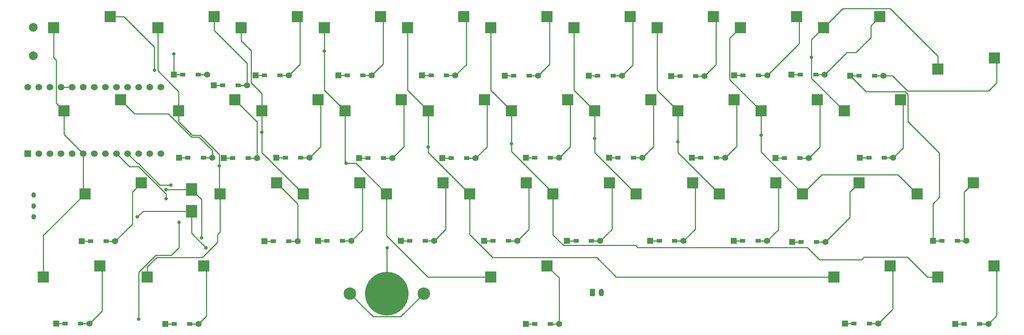
<source format=gbr>
G04 #@! TF.GenerationSoftware,KiCad,Pcbnew,7.0.8*
G04 #@! TF.CreationDate,2024-08-20T17:03:01+09:00*
G04 #@! TF.ProjectId,tacash36,74616361-7368-4333-962e-6b696361645f,rev?*
G04 #@! TF.SameCoordinates,Original*
G04 #@! TF.FileFunction,Copper,L2,Bot*
G04 #@! TF.FilePolarity,Positive*
%FSLAX46Y46*%
G04 Gerber Fmt 4.6, Leading zero omitted, Abs format (unit mm)*
G04 Created by KiCad (PCBNEW 7.0.8) date 2024-08-20 17:03:01*
%MOMM*%
%LPD*%
G01*
G04 APERTURE LIST*
G04 Aperture macros list*
%AMRoundRect*
0 Rectangle with rounded corners*
0 $1 Rounding radius*
0 $2 $3 $4 $5 $6 $7 $8 $9 X,Y pos of 4 corners*
0 Add a 4 corners polygon primitive as box body*
4,1,4,$2,$3,$4,$5,$6,$7,$8,$9,$2,$3,0*
0 Add four circle primitives for the rounded corners*
1,1,$1+$1,$2,$3*
1,1,$1+$1,$4,$5*
1,1,$1+$1,$6,$7*
1,1,$1+$1,$8,$9*
0 Add four rect primitives between the rounded corners*
20,1,$1+$1,$2,$3,$4,$5,0*
20,1,$1+$1,$4,$5,$6,$7,0*
20,1,$1+$1,$6,$7,$8,$9,0*
20,1,$1+$1,$8,$9,$2,$3,0*%
G04 Aperture macros list end*
G04 #@! TA.AperFunction,SMDPad,CuDef*
%ADD10R,2.550000X2.500000*%
G04 #@! TD*
G04 #@! TA.AperFunction,ComponentPad*
%ADD11R,1.397000X1.397000*%
G04 #@! TD*
G04 #@! TA.AperFunction,SMDPad,CuDef*
%ADD12R,1.300000X0.950000*%
G04 #@! TD*
G04 #@! TA.AperFunction,ComponentPad*
%ADD13C,1.397000*%
G04 #@! TD*
G04 #@! TA.AperFunction,ComponentPad*
%ADD14O,1.000000X1.300000*%
G04 #@! TD*
G04 #@! TA.AperFunction,ComponentPad*
%ADD15C,1.524000*%
G04 #@! TD*
G04 #@! TA.AperFunction,ComponentPad*
%ADD16R,1.524000X1.524000*%
G04 #@! TD*
G04 #@! TA.AperFunction,ComponentPad*
%ADD17RoundRect,0.250000X-0.350000X-0.625000X0.350000X-0.625000X0.350000X0.625000X-0.350000X0.625000X0*%
G04 #@! TD*
G04 #@! TA.AperFunction,ComponentPad*
%ADD18O,1.200000X1.750000*%
G04 #@! TD*
G04 #@! TA.AperFunction,ComponentPad*
%ADD19C,2.000000*%
G04 #@! TD*
G04 #@! TA.AperFunction,ComponentPad*
%ADD20C,2.850000*%
G04 #@! TD*
G04 #@! TA.AperFunction,SMDPad,CuDef*
%ADD21C,10.000000*%
G04 #@! TD*
G04 #@! TA.AperFunction,SMDPad,CuDef*
%ADD22R,2.600000X3.000000*%
G04 #@! TD*
G04 #@! TA.AperFunction,ViaPad*
%ADD23C,0.800000*%
G04 #@! TD*
G04 #@! TA.AperFunction,Conductor*
%ADD24C,0.250000*%
G04 #@! TD*
G04 APERTURE END LIST*
D10*
X83402500Y-35560000D03*
X96329500Y-33020000D03*
X45302500Y-35560000D03*
X58229500Y-33020000D03*
D11*
X36410000Y-46420000D03*
D12*
X38445000Y-46420000D03*
X41995000Y-46420000D03*
D13*
X44030000Y-46420000D03*
D11*
X-5440000Y-46420000D03*
D12*
X-3405000Y-46420000D03*
X145000Y-46420000D03*
D13*
X2180000Y-46420000D03*
D10*
X-4697500Y-35550000D03*
X8229500Y-33010000D03*
D11*
X105690000Y-46310000D03*
D12*
X107725000Y-46310000D03*
X111275000Y-46310000D03*
D13*
X113310000Y-46310000D03*
D10*
X190565000Y-6960000D03*
X203492000Y-4420000D03*
D11*
X124740000Y-46330000D03*
D12*
X126775000Y-46330000D03*
X130325000Y-46330000D03*
D13*
X132360000Y-46330000D03*
D10*
X150077500Y-16510000D03*
X163004500Y-13970000D03*
X185795000Y-35520000D03*
X198722000Y-32980000D03*
X140552500Y-35560000D03*
X153479500Y-33020000D03*
D11*
X157220000Y-46540000D03*
D12*
X159255000Y-46540000D03*
X162805000Y-46540000D03*
D13*
X164840000Y-46540000D03*
D11*
X24800000Y-10660000D03*
D12*
X26835000Y-10660000D03*
X30385000Y-10660000D03*
D13*
X32420000Y-10660000D03*
D11*
X58070000Y-27380000D03*
D12*
X60105000Y-27380000D03*
X63655000Y-27380000D03*
D13*
X65690000Y-27380000D03*
D11*
X169320000Y-65280000D03*
D12*
X171355000Y-65280000D03*
X174905000Y-65280000D03*
D13*
X176940000Y-65280000D03*
D10*
X88175000Y-54580000D03*
X101102000Y-52040000D03*
D11*
X27110000Y-27310000D03*
D12*
X29145000Y-27310000D03*
X32695000Y-27310000D03*
D13*
X34730000Y-27310000D03*
D11*
X16825000Y-27230000D03*
D12*
X18860000Y-27230000D03*
X22410000Y-27230000D03*
D13*
X24445000Y-27230000D03*
D10*
X26252500Y-35560000D03*
X39179500Y-33020000D03*
X11965000Y2540000D03*
X24892000Y5080000D03*
X166746250Y-54580000D03*
X179673250Y-52040000D03*
X145315000Y2540000D03*
X158242000Y5080000D03*
X88165000Y2540000D03*
X101092000Y5080000D03*
X92927500Y-16510000D03*
X105854500Y-13970000D03*
X-14226250Y-54580000D03*
X-1299250Y-52040000D03*
D11*
X170510000Y-8440000D03*
D12*
X172545000Y-8440000D03*
X176095000Y-8440000D03*
D13*
X178130000Y-8440000D03*
D11*
X115320000Y-27230000D03*
D12*
X117355000Y-27230000D03*
X120905000Y-27230000D03*
D13*
X122940000Y-27230000D03*
D10*
X159602500Y-35560000D03*
X172529500Y-33020000D03*
X164365000Y2540000D03*
X177292000Y5080000D03*
D11*
X143950000Y-8350000D03*
D12*
X145985000Y-8350000D03*
X149535000Y-8350000D03*
D13*
X151570000Y-8350000D03*
D10*
X-11847500Y2540000D03*
X1079500Y5080000D03*
D14*
X-16460000Y-40840000D03*
X-16460000Y-38340000D03*
X-16460000Y-35840000D03*
D10*
X69115000Y2540000D03*
X82042000Y5080000D03*
X121502500Y-35560000D03*
X134429500Y-33020000D03*
X50065000Y2540000D03*
X62992000Y5080000D03*
D11*
X53290000Y-8360000D03*
D12*
X55325000Y-8360000D03*
X58875000Y-8360000D03*
D13*
X60910000Y-8360000D03*
D11*
X15645000Y-8240000D03*
D12*
X17680000Y-8240000D03*
X21230000Y-8240000D03*
D13*
X23265000Y-8240000D03*
D11*
X96230000Y-27250000D03*
D12*
X98265000Y-27250000D03*
X101815000Y-27250000D03*
D13*
X103850000Y-27250000D03*
D15*
X-15260000Y-11067200D03*
X-12720000Y-11067200D03*
X-10180000Y-11067200D03*
X-7640000Y-11067200D03*
X-5100000Y-11067200D03*
X-2560000Y-11067200D03*
X-20000Y-11067200D03*
X2520000Y-11067200D03*
X5060000Y-11067200D03*
X7600000Y-11067200D03*
X10140000Y-11067200D03*
X12680000Y-11067200D03*
X12680000Y-26287200D03*
X10140000Y-26287200D03*
X7600000Y-26287200D03*
X5060000Y-26287200D03*
X2520000Y-26287200D03*
X-20000Y-26287200D03*
X-2560000Y-26287200D03*
X-5100000Y-26287200D03*
X-7640000Y-26287200D03*
X-10180000Y-26287200D03*
X-12720000Y-26287200D03*
X-15260000Y-26287200D03*
D16*
X-17800000Y-26287200D03*
D15*
X-17800000Y-11067200D03*
D11*
X91460000Y-8450000D03*
D12*
X93495000Y-8450000D03*
X97045000Y-8450000D03*
D13*
X99080000Y-8450000D03*
D10*
X64352500Y-35560000D03*
X77279500Y-33020000D03*
D11*
X96250000Y-65370000D03*
D12*
X98285000Y-65370000D03*
X101835000Y-65370000D03*
D13*
X103870000Y-65370000D03*
D11*
X13710000Y-65320000D03*
D12*
X15745000Y-65320000D03*
X19295000Y-65320000D03*
D13*
X21330000Y-65320000D03*
D10*
X16727500Y-16510000D03*
X29654500Y-13970000D03*
X111977500Y-16510000D03*
X124904500Y-13970000D03*
D11*
X129530000Y-8540000D03*
D12*
X131565000Y-8540000D03*
X135115000Y-8540000D03*
D13*
X137150000Y-8540000D03*
D10*
X31015000Y2540000D03*
X43942000Y5080000D03*
D11*
X34340000Y-8360000D03*
D12*
X36375000Y-8360000D03*
X39925000Y-8360000D03*
D13*
X41960000Y-8360000D03*
D11*
X153380000Y-27350000D03*
D12*
X155415000Y-27350000D03*
X158965000Y-27350000D03*
D13*
X161000000Y-27350000D03*
D11*
X172745000Y-27270000D03*
D12*
X174780000Y-27270000D03*
X178330000Y-27270000D03*
D13*
X180365000Y-27270000D03*
D10*
X131027500Y-16510000D03*
X143954500Y-13970000D03*
D11*
X110610000Y-8480000D03*
D12*
X112645000Y-8480000D03*
X116195000Y-8480000D03*
D13*
X118230000Y-8480000D03*
D10*
X190544250Y-54600000D03*
X203471250Y-52060000D03*
D11*
X39140000Y-27230000D03*
D12*
X41175000Y-27230000D03*
X44725000Y-27230000D03*
D13*
X46760000Y-27230000D03*
D11*
X134230000Y-27260000D03*
D12*
X136265000Y-27260000D03*
X139815000Y-27260000D03*
D13*
X141850000Y-27260000D03*
D11*
X143850000Y-46340000D03*
D12*
X145885000Y-46340000D03*
X149435000Y-46340000D03*
D13*
X151470000Y-46340000D03*
D10*
X107215000Y2540000D03*
X120142000Y5080000D03*
X169115000Y-16490000D03*
X182042000Y-13950000D03*
X-9467500Y-16490000D03*
X3459500Y-13950000D03*
D11*
X189430000Y-46320000D03*
D12*
X191465000Y-46320000D03*
X195015000Y-46320000D03*
D13*
X197050000Y-46320000D03*
D11*
X-11270000Y-65290000D03*
D12*
X-9235000Y-65290000D03*
X-5685000Y-65290000D03*
D13*
X-3650000Y-65290000D03*
D10*
X73877500Y-16510000D03*
X86804500Y-13970000D03*
X35777500Y-16510000D03*
X48704500Y-13970000D03*
D11*
X157040000Y-8250000D03*
D12*
X159075000Y-8250000D03*
X162625000Y-8250000D03*
D13*
X164660000Y-8250000D03*
D11*
X194510000Y-65340000D03*
D12*
X196545000Y-65340000D03*
X200095000Y-65340000D03*
D13*
X202130000Y-65340000D03*
D11*
X67630000Y-46310000D03*
D12*
X69665000Y-46310000D03*
X73215000Y-46310000D03*
D13*
X75250000Y-46310000D03*
D10*
X126265000Y2540000D03*
X139192000Y5080000D03*
X102452500Y-35560000D03*
X115379500Y-33020000D03*
D11*
X72500000Y-8400000D03*
D12*
X74535000Y-8400000D03*
X78085000Y-8400000D03*
D13*
X80120000Y-8400000D03*
D11*
X48670000Y-46320000D03*
D12*
X50705000Y-46320000D03*
X54255000Y-46320000D03*
D13*
X56290000Y-46320000D03*
D17*
X111520000Y-58130000D03*
D18*
X113520000Y-58130000D03*
D11*
X77140000Y-27380000D03*
D12*
X79175000Y-27380000D03*
X82725000Y-27380000D03*
D13*
X84760000Y-27380000D03*
D10*
X9592500Y-54590000D03*
X22519500Y-52050000D03*
D19*
X-16500000Y-3890000D03*
X-16500000Y2610000D03*
D10*
X54827500Y-16510000D03*
X67754500Y-13970000D03*
D11*
X86670000Y-46300000D03*
D12*
X88705000Y-46300000D03*
X92255000Y-46300000D03*
D13*
X94290000Y-46300000D03*
D20*
X55980000Y-58380000D03*
X72880000Y-58380000D03*
D21*
X64430000Y-58380000D03*
D22*
X19700000Y-34540000D03*
X19700000Y-39540000D03*
D23*
X15620000Y-3480000D03*
X13860000Y-36670000D03*
X16810000Y-42110000D03*
X7570000Y-64271593D03*
X15010000Y-33510000D03*
X26086500Y-29120000D03*
X35777500Y-21420000D03*
X55110000Y-28560000D03*
X50065000Y-2760000D03*
X73877500Y-24775500D03*
X92927500Y-24060000D03*
X111977500Y-22869500D03*
X131027500Y-23630000D03*
X150077500Y-22100000D03*
X161650000Y-4210000D03*
X23050000Y-47920000D03*
X64540000Y-47890000D03*
X7300000Y-40830000D03*
X11240500Y-7200135D03*
X13880000Y-34550000D03*
X22000000Y-45650000D03*
D24*
X91460000Y-8450000D02*
X93495000Y-8450000D01*
X34340000Y-8360000D02*
X36375000Y-8360000D01*
X143950000Y-8350000D02*
X145985000Y-8350000D01*
X15645000Y-3505000D02*
X15645000Y-8240000D01*
X157040000Y-8250000D02*
X159075000Y-8250000D01*
X110610000Y-8480000D02*
X112645000Y-8480000D01*
X24800000Y-10660000D02*
X26835000Y-10660000D01*
X72500000Y-8400000D02*
X74535000Y-8400000D01*
X129530000Y-8540000D02*
X131565000Y-8540000D01*
X15620000Y-3480000D02*
X15645000Y-3505000D01*
X15645000Y-8240000D02*
X17680000Y-8240000D01*
X53290000Y-8360000D02*
X55325000Y-8360000D01*
X27110000Y-27310000D02*
X29145000Y-27310000D01*
X172745000Y-27270000D02*
X174780000Y-27270000D01*
X96230000Y-27250000D02*
X98265000Y-27250000D01*
X77140000Y-27380000D02*
X79175000Y-27380000D01*
X58070000Y-27380000D02*
X60105000Y-27380000D01*
X153380000Y-27350000D02*
X155415000Y-27350000D01*
X134230000Y-27260000D02*
X136265000Y-27260000D01*
X16825000Y-27230000D02*
X18860000Y-27230000D01*
X39140000Y-27230000D02*
X41175000Y-27230000D01*
X115320000Y-27230000D02*
X117355000Y-27230000D01*
X36410000Y-46420000D02*
X38445000Y-46420000D01*
X145885000Y-46340000D02*
X143850000Y-46340000D01*
X105690000Y-46310000D02*
X107725000Y-46310000D01*
X48670000Y-46320000D02*
X50705000Y-46320000D01*
X2520000Y-26287200D02*
X5502800Y-29270000D01*
X86670000Y-46300000D02*
X88705000Y-46300000D01*
X7574695Y-29270000D02*
X13860000Y-35555305D01*
X157220000Y-46540000D02*
X159255000Y-46540000D01*
X67630000Y-46310000D02*
X69665000Y-46310000D01*
X-5440000Y-46420000D02*
X-3405000Y-46420000D01*
X5502800Y-29270000D02*
X7574695Y-29270000D01*
X124740000Y-46330000D02*
X126775000Y-46330000D01*
X13860000Y-35555305D02*
X13860000Y-36670000D01*
X15010000Y-33510000D02*
X12451091Y-33510000D01*
X16810000Y-47790000D02*
X16810000Y-42110000D01*
X7504691Y-28563600D02*
X7336400Y-28563600D01*
X174145000Y-12075000D02*
X170510000Y-8440000D01*
X7570000Y-53530000D02*
X7570000Y-64271593D01*
X183151620Y-12075000D02*
X174145000Y-12075000D01*
X194510000Y-65340000D02*
X196545000Y-65340000D01*
X15955000Y-48645000D02*
X15025000Y-49575000D01*
X183750000Y-18970000D02*
X183750000Y-12673380D01*
X189430000Y-46320000D02*
X189430000Y-37811650D01*
X15955000Y-48645000D02*
X16810000Y-47790000D01*
X170510000Y-8440000D02*
X172545000Y-8440000D01*
X170941620Y-8440000D02*
X170510000Y-8440000D01*
X183750000Y-12673380D02*
X183151620Y-12075000D01*
X13710000Y-65320000D02*
X15745000Y-65320000D01*
X12451091Y-33510000D02*
X7504691Y-28563600D01*
X189430000Y-46320000D02*
X191465000Y-46320000D01*
X190945000Y-36296650D02*
X190945000Y-26165000D01*
X15025000Y-49575000D02*
X11525000Y-49575000D01*
X190945000Y-26165000D02*
X183750000Y-18970000D01*
X96250000Y-65370000D02*
X98285000Y-65370000D01*
X11525000Y-49575000D02*
X7570000Y-53530000D01*
X-11270000Y-65290000D02*
X-9235000Y-65290000D01*
X5060000Y-26287200D02*
X7336400Y-28563600D01*
X189430000Y-37811650D02*
X190945000Y-36296650D01*
X169320000Y-65280000D02*
X171355000Y-65280000D01*
X-9467500Y-21919700D02*
X-9467500Y-16490000D01*
X-5100000Y-26287200D02*
X-5100000Y-35147500D01*
X-5100000Y-26287200D02*
X-9467500Y-21919700D01*
X-9467500Y-16490000D02*
X-11267000Y-14690500D01*
X-4600000Y-35452500D02*
X-4697500Y-35550000D01*
X-11847500Y-4322500D02*
X-11847500Y2540000D01*
X-5100000Y-35147500D02*
X-4697500Y-35550000D01*
X-11267000Y-14690500D02*
X-11267000Y-4903000D01*
X-14226250Y-45078750D02*
X-4697500Y-35550000D01*
X-11185000Y1877500D02*
X-11847500Y2540000D01*
X-11267000Y-4903000D02*
X-11847500Y-4322500D01*
X-14226250Y-54580000D02*
X-14226250Y-45078750D01*
X9592500Y-52220000D02*
X11732500Y-50080000D01*
X11965000Y2765000D02*
X11965000Y2540000D01*
X11732500Y-50080000D02*
X22170000Y-50080000D01*
X25610000Y-44932500D02*
X26252500Y-44290000D01*
X19888666Y-22080000D02*
X21630000Y-22080000D01*
X9592500Y-54590000D02*
X9592500Y-52220000D01*
X11965000Y2540000D02*
X11965000Y-4700000D01*
X26086500Y-35394000D02*
X26252500Y-35560000D01*
X16727500Y-16510000D02*
X16727500Y-18918833D01*
X26086500Y-29120000D02*
X26086500Y-35394000D01*
X16727500Y-18918833D02*
X19888666Y-22080000D01*
X14990000Y-10330000D02*
X11965000Y-7305000D01*
X14990000Y-10330000D02*
X16727500Y-12067500D01*
X26252500Y-44290000D02*
X26252500Y-35560000D01*
X21630000Y-22080000D02*
X26086500Y-26536500D01*
X26086500Y-26536500D02*
X26086500Y-29120000D01*
X11965000Y-7305000D02*
X11965000Y-4700000D01*
X16727500Y-12210000D02*
X16727500Y-16510000D01*
X25610000Y-46640000D02*
X25610000Y-44932500D01*
X22170000Y-50080000D02*
X25610000Y-46640000D01*
X16727500Y-12067500D02*
X16727500Y-12210000D01*
X31015000Y2540000D02*
X31015000Y-406604D01*
X33316500Y-2708104D02*
X33316500Y-10066500D01*
X45302500Y-35560000D02*
X43416250Y-33673750D01*
X35777500Y-26035000D02*
X35777500Y-21420000D01*
X43416250Y-33673750D02*
X39126250Y-29383750D01*
X31015000Y-406604D02*
X33316500Y-2708104D01*
X33316500Y-10066500D02*
X35777500Y-12527500D01*
X39126250Y-29383750D02*
X35777500Y-26035000D01*
X35777500Y-21420000D02*
X35777500Y-16510000D01*
X35777500Y-12527500D02*
X35777500Y-16510000D01*
X55110000Y-28560000D02*
X57393380Y-28560000D01*
X54827500Y-25540000D02*
X54827500Y-28277500D01*
X64352500Y-35519120D02*
X59001690Y-30168310D01*
X64352500Y-35560000D02*
X64352500Y-35519120D01*
X54827500Y-25540000D02*
X54827500Y-16510000D01*
X50065000Y-11747500D02*
X54827500Y-16510000D01*
X73847500Y-54580000D02*
X64352500Y-45085000D01*
X88175000Y-54580000D02*
X73847500Y-54580000D01*
X50065000Y2540000D02*
X50065000Y-2760000D01*
X50065000Y-2760000D02*
X50065000Y-3410000D01*
X54827500Y-28277500D02*
X55110000Y-28560000D01*
X57393380Y-28560000D02*
X59001690Y-30168310D01*
X64352500Y-45085000D02*
X64352500Y-35560000D01*
X50065000Y-3410000D02*
X50065000Y-11747500D01*
X166746250Y-54580000D02*
X116930000Y-54580000D01*
X83402500Y-44889120D02*
X83402500Y-35560000D01*
X69115000Y-4010000D02*
X69115000Y-4060000D01*
X73877500Y-26035000D02*
X73877500Y-24670000D01*
X69115000Y2540000D02*
X69115000Y-4010000D01*
X112490000Y-50140000D02*
X88653380Y-50140000D01*
X83402500Y-35560000D02*
X73877500Y-26035000D01*
X69115000Y-11747500D02*
X73877500Y-16510000D01*
X116930000Y-54580000D02*
X112490000Y-50140000D01*
X73877500Y-24670000D02*
X73877500Y-16510000D01*
X69115000Y-4060000D02*
X69115000Y-11747500D01*
X88653380Y-50140000D02*
X83402500Y-44889120D01*
X92927500Y-24060000D02*
X92927500Y-16510000D01*
X88165000Y-5240000D02*
X88165000Y-11747500D01*
X183615729Y-50052729D02*
X188163000Y-54600000D01*
X160690771Y-47803500D02*
X163477270Y-50590000D01*
X173630000Y-50052729D02*
X183615729Y-50052729D01*
X188163000Y-54600000D02*
X190518750Y-54600000D01*
X163477270Y-50590000D02*
X173092729Y-50590000D01*
X104856880Y-47333500D02*
X121369750Y-47333500D01*
X173092729Y-50590000D02*
X173630000Y-50052729D01*
X88165000Y2540000D02*
X88165000Y-4690000D01*
X121839750Y-47803500D02*
X160690771Y-47803500D01*
X102452500Y-35560000D02*
X102452500Y-44929120D01*
X92927500Y-24290000D02*
X92927500Y-24060000D01*
X102452500Y-35560000D02*
X102452500Y-35329120D01*
X102452500Y-35329120D02*
X92927500Y-25804120D01*
X121369750Y-47333500D02*
X121839750Y-47803500D01*
X102452500Y-44929120D02*
X104856880Y-47333500D01*
X88165000Y-4690000D02*
X88165000Y-5240000D01*
X92927500Y-25804120D02*
X92927500Y-24290000D01*
X88165000Y-11747500D02*
X92927500Y-16510000D01*
X107215000Y-11747500D02*
X111977500Y-16510000D01*
X107215000Y2540000D02*
X107215000Y-6080000D01*
X111977500Y-23730000D02*
X111977500Y-16510000D01*
X113701250Y-27758750D02*
X111977500Y-26035000D01*
X111977500Y-26035000D02*
X111977500Y-23730000D01*
X107215000Y-6080000D02*
X107215000Y-11747500D01*
X121502500Y-35560000D02*
X113701250Y-27758750D01*
X134701250Y-29708750D02*
X131027500Y-26035000D01*
X126265000Y-11747500D02*
X131027500Y-16510000D01*
X131027500Y-23630000D02*
X131027500Y-21850000D01*
X131027500Y-21850000D02*
X131027500Y-16510000D01*
X140552500Y-35560000D02*
X134701250Y-29708750D01*
X131027500Y-26035000D02*
X131027500Y-23630000D01*
X126265000Y2540000D02*
X126265000Y-11747500D01*
X142926500Y-9359000D02*
X142926500Y151500D01*
X159602500Y-35560000D02*
X159602500Y-35429120D01*
X150077500Y-25904120D02*
X150077500Y-22910000D01*
X150077500Y-22100000D02*
X150077500Y-16510000D01*
X181420000Y-31145000D02*
X185795000Y-35520000D01*
X150077500Y-16510000D02*
X142926500Y-9359000D01*
X159602500Y-35429120D02*
X150077500Y-25904120D01*
X150077500Y-22910000D02*
X150077500Y-22100000D01*
X164017500Y-31145000D02*
X181420000Y-31145000D01*
X159602500Y-35560000D02*
X164017500Y-31145000D01*
X142926500Y151500D02*
X145315000Y2540000D01*
X168780000Y6955000D02*
X179665000Y6955000D01*
X164365000Y2540000D02*
X168780000Y6955000D01*
X161650000Y-9025000D02*
X161650000Y-4210000D01*
X161650000Y-4210000D02*
X161650000Y-175000D01*
X190565000Y-3945000D02*
X190565000Y-6960000D01*
X169115000Y-16490000D02*
X161650000Y-9025000D01*
X161650000Y-175000D02*
X164365000Y2540000D01*
X179665000Y6955000D02*
X190565000Y-3945000D01*
X22519500Y-52050000D02*
X23082500Y-52613000D01*
X23082500Y-52613000D02*
X23082500Y-63567500D01*
X21330000Y-65320000D02*
X19295000Y-65320000D01*
X23082500Y-63567500D02*
X21330000Y-65320000D01*
X19700000Y-39540000D02*
X14060000Y-39540000D01*
X14060000Y-39540000D02*
X8590000Y-39540000D01*
X19700000Y-39540000D02*
X19700000Y-44570000D01*
X-10180000Y-11067200D02*
X-7640000Y-11067200D01*
X64540000Y-47890000D02*
X64430000Y-48000000D01*
X19700000Y-44570000D02*
X23050000Y-47920000D01*
X8590000Y-39540000D02*
X7300000Y-40830000D01*
X64430000Y-48000000D02*
X64430000Y-58380000D01*
X23265000Y-8240000D02*
X21230000Y-8240000D01*
X11240500Y-7200135D02*
X11200000Y-7159635D01*
X11200000Y-1880000D02*
X4240000Y5080000D01*
X4240000Y5080000D02*
X1079500Y5080000D01*
X11200000Y-7159635D02*
X11200000Y-1880000D01*
X32420000Y-10660000D02*
X32420000Y-5560000D01*
X24892000Y1968000D02*
X24892000Y5080000D01*
X32420000Y-10660000D02*
X30385000Y-10660000D01*
X32420000Y-5560000D02*
X24892000Y1968000D01*
X43942000Y5080000D02*
X44505000Y4517000D01*
X44505000Y4517000D02*
X44505000Y-5815000D01*
X41960000Y-8360000D02*
X39925000Y-8360000D01*
X44505000Y-5815000D02*
X41960000Y-8360000D01*
X63555000Y4517000D02*
X63555000Y-5715000D01*
X62992000Y5080000D02*
X63555000Y4517000D01*
X60910000Y-8360000D02*
X58875000Y-8360000D01*
X63555000Y-5715000D02*
X60910000Y-8360000D01*
X82042000Y5080000D02*
X82605000Y4517000D01*
X82605000Y-5915000D02*
X80120000Y-8400000D01*
X82605000Y4517000D02*
X82605000Y-5915000D01*
X80120000Y-8400000D02*
X78085000Y-8400000D01*
X99080000Y-8450000D02*
X97045000Y-8450000D01*
X101655000Y-5875000D02*
X99080000Y-8450000D01*
X101655000Y4517000D02*
X101655000Y-5875000D01*
X101092000Y5080000D02*
X101655000Y4517000D01*
X120705000Y4517000D02*
X120705000Y-6005000D01*
X120705000Y-6005000D02*
X118230000Y-8480000D01*
X120142000Y5080000D02*
X120705000Y4517000D01*
X118230000Y-8480000D02*
X116195000Y-8480000D01*
X139755000Y4517000D02*
X139755000Y-5935000D01*
X139192000Y5080000D02*
X139755000Y4517000D01*
X139755000Y-5935000D02*
X137150000Y-8540000D01*
X137150000Y-8540000D02*
X135115000Y-8540000D01*
X158805000Y4517000D02*
X158805000Y870000D01*
X151570000Y-8350000D02*
X158805000Y-1115000D01*
X158805000Y-1115000D02*
X158805000Y870000D01*
X158242000Y5080000D02*
X158805000Y4517000D01*
X151570000Y-8350000D02*
X149535000Y-8350000D01*
X177292000Y5080000D02*
X177855000Y4517000D01*
X164660000Y-8250000D02*
X169780000Y-3130000D01*
X169780000Y-3130000D02*
X171785000Y-3130000D01*
X175205000Y2993000D02*
X177292000Y5080000D01*
X175205000Y290000D02*
X175205000Y2993000D01*
X164660000Y-8250000D02*
X162625000Y-8250000D01*
X171785000Y-3130000D02*
X175205000Y290000D01*
X19702270Y-22530000D02*
X14347270Y-17175000D01*
X21443604Y-22530000D02*
X19702270Y-22530000D01*
X24445000Y-27230000D02*
X22410000Y-27230000D01*
X24445000Y-27230000D02*
X24445000Y-25531396D01*
X24445000Y-25531396D02*
X21443604Y-22530000D01*
X14347270Y-17175000D02*
X6684500Y-17175000D01*
X6684500Y-17175000D02*
X3459500Y-13950000D01*
X34730000Y-27310000D02*
X34730000Y-19045500D01*
X29654500Y-13970000D02*
X30217500Y-14533000D01*
X34730000Y-19045500D02*
X29654500Y-13970000D01*
X34730000Y-27310000D02*
X32695000Y-27310000D01*
X48704500Y-13970000D02*
X49267500Y-14533000D01*
X46760000Y-27230000D02*
X44725000Y-27230000D01*
X49267500Y-24722500D02*
X46760000Y-27230000D01*
X49267500Y-14533000D02*
X49267500Y-24722500D01*
X65690000Y-27380000D02*
X63655000Y-27380000D01*
X68317500Y-14533000D02*
X68317500Y-24752500D01*
X67754500Y-13970000D02*
X68317500Y-14533000D01*
X68317500Y-24752500D02*
X65690000Y-27380000D01*
X86804500Y-13970000D02*
X87367500Y-14533000D01*
X87367500Y-24772500D02*
X84760000Y-27380000D01*
X87367500Y-14533000D02*
X87367500Y-24772500D01*
X84760000Y-27380000D02*
X82725000Y-27380000D01*
X105854500Y-13970000D02*
X106417500Y-14533000D01*
X106417500Y-24682500D02*
X103850000Y-27250000D01*
X103850000Y-27250000D02*
X101815000Y-27250000D01*
X106417500Y-14533000D02*
X106417500Y-24682500D01*
X125467500Y-24702500D02*
X122940000Y-27230000D01*
X122940000Y-27230000D02*
X120905000Y-27230000D01*
X125467500Y-14533000D02*
X125467500Y-24702500D01*
X124904500Y-13970000D02*
X125467500Y-14533000D01*
X144517500Y-14533000D02*
X144517500Y-24592500D01*
X141850000Y-27260000D02*
X139815000Y-27260000D01*
X143954500Y-13970000D02*
X144517500Y-14533000D01*
X144517500Y-24592500D02*
X141850000Y-27260000D01*
X163567500Y-24782500D02*
X161000000Y-27350000D01*
X163004500Y-13970000D02*
X163567500Y-14533000D01*
X163567500Y-14533000D02*
X163567500Y-24782500D01*
X161000000Y-27350000D02*
X158965000Y-27350000D01*
X182605000Y-14513000D02*
X182605000Y-25030000D01*
X182042000Y-13950000D02*
X182605000Y-14513000D01*
X180365000Y-27270000D02*
X178330000Y-27270000D01*
X182605000Y-25030000D02*
X180365000Y-27270000D01*
X2180000Y-46420000D02*
X6142500Y-42457500D01*
X2180000Y-46420000D02*
X145000Y-46420000D01*
X6142500Y-35097000D02*
X8229500Y-33010000D01*
X6142500Y-42457500D02*
X6142500Y-35097000D01*
X39179500Y-33020000D02*
X39742500Y-33583000D01*
X44030000Y-37870500D02*
X39179500Y-33020000D01*
X44030000Y-46420000D02*
X41995000Y-46420000D01*
X44030000Y-46420000D02*
X44030000Y-37870500D01*
X58792500Y-33583000D02*
X58792500Y-43817500D01*
X56290000Y-46320000D02*
X54255000Y-46320000D01*
X58792500Y-43817500D02*
X56290000Y-46320000D01*
X58229500Y-33020000D02*
X58792500Y-33583000D01*
X75250000Y-46310000D02*
X73215000Y-46310000D01*
X77279500Y-33020000D02*
X77842500Y-33583000D01*
X77842500Y-33583000D02*
X77842500Y-43717500D01*
X77842500Y-43717500D02*
X75250000Y-46310000D01*
X96892500Y-43697500D02*
X94290000Y-46300000D01*
X96892500Y-33583000D02*
X96892500Y-43697500D01*
X96329500Y-33020000D02*
X96892500Y-33583000D01*
X94290000Y-46300000D02*
X92255000Y-46300000D01*
X113310000Y-46310000D02*
X111275000Y-46310000D01*
X115942500Y-33583000D02*
X115942500Y-43677500D01*
X115379500Y-33020000D02*
X115942500Y-33583000D01*
X115942500Y-43677500D02*
X113310000Y-46310000D01*
X132360000Y-46330000D02*
X130325000Y-46330000D01*
X134992500Y-43697500D02*
X132360000Y-46330000D01*
X134429500Y-33020000D02*
X134992500Y-33583000D01*
X134992500Y-33583000D02*
X134992500Y-43697500D01*
X151470000Y-46340000D02*
X149435000Y-46340000D01*
X154042500Y-43767500D02*
X151470000Y-46340000D01*
X153479500Y-33020000D02*
X154042500Y-33583000D01*
X154042500Y-33583000D02*
X154042500Y-43767500D01*
X170442500Y-40937500D02*
X170442500Y-35107000D01*
X170442500Y-35107000D02*
X172529500Y-33020000D01*
X164840000Y-46540000D02*
X170442500Y-40937500D01*
X164840000Y-46540000D02*
X162805000Y-46540000D01*
X172529500Y-33020000D02*
X173092500Y-33583000D01*
X-5685000Y-65290000D02*
X-3650000Y-65290000D01*
X-736250Y-52603000D02*
X-736250Y-62376250D01*
X-1299250Y-52040000D02*
X-736250Y-52603000D01*
X-736250Y-62376250D02*
X-3650000Y-65290000D01*
X103870000Y-54808000D02*
X103870000Y-65370000D01*
X101102000Y-52040000D02*
X103870000Y-54808000D01*
X103870000Y-65370000D02*
X101835000Y-65370000D01*
X179673250Y-52040000D02*
X180236250Y-52603000D01*
X176940000Y-65280000D02*
X174905000Y-65280000D01*
X180236250Y-61983750D02*
X176940000Y-65280000D01*
X180236250Y-52603000D02*
X180236250Y-61983750D01*
X196558791Y-45828791D02*
X196558791Y-35143209D01*
X197050000Y-46320000D02*
X196558791Y-45828791D01*
X197050000Y-46320000D02*
X195015000Y-46320000D01*
X196558791Y-35143209D02*
X198722000Y-32980000D01*
X191770000Y-11925000D02*
X202178833Y-11925000D01*
X178130000Y-8440000D02*
X180153016Y-8440000D01*
X178130000Y-8440000D02*
X176095000Y-8440000D01*
X204055000Y-10048833D02*
X204055000Y-4983000D01*
X180153016Y-8440000D02*
X183638016Y-11925000D01*
X204055000Y-4983000D02*
X203492000Y-4420000D01*
X202178833Y-11925000D02*
X204055000Y-10048833D01*
X183638016Y-11925000D02*
X192450000Y-11925000D01*
X204034250Y-52623000D02*
X204034250Y-63435750D01*
X202130000Y-65340000D02*
X200095000Y-65340000D01*
X203471250Y-52060000D02*
X204034250Y-52623000D01*
X204034250Y-63435750D02*
X202130000Y-65340000D01*
X61299965Y-63699965D02*
X55980000Y-58380000D01*
X13880000Y-34550000D02*
X13890000Y-34540000D01*
X13890000Y-34540000D02*
X19700000Y-34540000D01*
X22000000Y-36840000D02*
X19700000Y-34540000D01*
X22000000Y-45650000D02*
X22000000Y-36840000D01*
X67560035Y-63699965D02*
X61299965Y-63699965D01*
X72880000Y-58380000D02*
X67560035Y-63699965D01*
M02*

</source>
